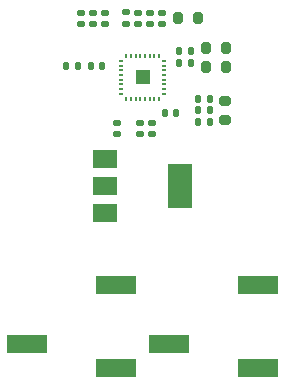
<source format=gtp>
%TF.GenerationSoftware,KiCad,Pcbnew,(6.0.0-0)*%
%TF.CreationDate,2022-11-28T12:23:11+01:00*%
%TF.ProjectId,wm8904_codec_breakout,776d3839-3034-45f6-936f-6465635f6272,rev?*%
%TF.SameCoordinates,Original*%
%TF.FileFunction,Paste,Top*%
%TF.FilePolarity,Positive*%
%FSLAX46Y46*%
G04 Gerber Fmt 4.6, Leading zero omitted, Abs format (unit mm)*
G04 Created by KiCad (PCBNEW (6.0.0-0)) date 2022-11-28 12:23:11*
%MOMM*%
%LPD*%
G01*
G04 APERTURE LIST*
G04 Aperture macros list*
%AMRoundRect*
0 Rectangle with rounded corners*
0 $1 Rounding radius*
0 $2 $3 $4 $5 $6 $7 $8 $9 X,Y pos of 4 corners*
0 Add a 4 corners polygon primitive as box body*
4,1,4,$2,$3,$4,$5,$6,$7,$8,$9,$2,$3,0*
0 Add four circle primitives for the rounded corners*
1,1,$1+$1,$2,$3*
1,1,$1+$1,$4,$5*
1,1,$1+$1,$6,$7*
1,1,$1+$1,$8,$9*
0 Add four rect primitives between the rounded corners*
20,1,$1+$1,$2,$3,$4,$5,0*
20,1,$1+$1,$4,$5,$6,$7,0*
20,1,$1+$1,$6,$7,$8,$9,0*
20,1,$1+$1,$8,$9,$2,$3,0*%
G04 Aperture macros list end*
%ADD10RoundRect,0.135000X-0.185000X0.135000X-0.185000X-0.135000X0.185000X-0.135000X0.185000X0.135000X0*%
%ADD11RoundRect,0.140000X-0.140000X-0.170000X0.140000X-0.170000X0.140000X0.170000X-0.140000X0.170000X0*%
%ADD12RoundRect,0.140000X0.170000X-0.140000X0.170000X0.140000X-0.170000X0.140000X-0.170000X-0.140000X0*%
%ADD13RoundRect,0.135000X0.135000X0.185000X-0.135000X0.185000X-0.135000X-0.185000X0.135000X-0.185000X0*%
%ADD14RoundRect,0.140000X0.140000X0.170000X-0.140000X0.170000X-0.140000X-0.170000X0.140000X-0.170000X0*%
%ADD15R,3.500000X1.500000*%
%ADD16RoundRect,0.140000X-0.170000X0.140000X-0.170000X-0.140000X0.170000X-0.140000X0.170000X0.140000X0*%
%ADD17RoundRect,0.200000X-0.200000X-0.275000X0.200000X-0.275000X0.200000X0.275000X-0.200000X0.275000X0*%
%ADD18O,0.200000X0.400000*%
%ADD19O,0.400000X0.200000*%
%ADD20R,1.200000X1.200000*%
%ADD21R,2.000000X1.500000*%
%ADD22R,2.000000X3.800000*%
%ADD23RoundRect,0.200000X-0.275000X0.200000X-0.275000X-0.200000X0.275000X-0.200000X0.275000X0.200000X0*%
G04 APERTURE END LIST*
D10*
X148600000Y-67690000D03*
X148600000Y-68710000D03*
D11*
X153120000Y-72000000D03*
X154080000Y-72000000D03*
D12*
X147800000Y-77980000D03*
X147800000Y-77020000D03*
D13*
X144510000Y-72200000D03*
X143490000Y-72200000D03*
D11*
X151870000Y-76200000D03*
X152830000Y-76200000D03*
D14*
X155680000Y-77000000D03*
X154720000Y-77000000D03*
D15*
X152250000Y-95800000D03*
X159750000Y-97800000D03*
X159750000Y-90800000D03*
D16*
X149600000Y-67720000D03*
X149600000Y-68680000D03*
X150800000Y-77020000D03*
X150800000Y-77980000D03*
D17*
X155374792Y-72298290D03*
X157024792Y-72298290D03*
D16*
X146800000Y-67720000D03*
X146800000Y-68680000D03*
D12*
X149800000Y-77980000D03*
X149800000Y-77020000D03*
D18*
X148600000Y-75000000D03*
X149000000Y-75000000D03*
X149400000Y-75000000D03*
X149800000Y-75000000D03*
X150200000Y-75000000D03*
X150600000Y-75000000D03*
X151000000Y-75000000D03*
X151400000Y-75000000D03*
D19*
X151800000Y-74600000D03*
X151800000Y-74200000D03*
X151800000Y-73800000D03*
X151800000Y-73400000D03*
X151800000Y-73000000D03*
X151800000Y-72600000D03*
X151800000Y-72200000D03*
X151800000Y-71800000D03*
D18*
X151400000Y-71400000D03*
X151000000Y-71400000D03*
X150600000Y-71400000D03*
X150200000Y-71400000D03*
X149800000Y-71400000D03*
X149400000Y-71400000D03*
X149000000Y-71400000D03*
X148600000Y-71400000D03*
D19*
X148200000Y-71800000D03*
X148200000Y-72200000D03*
X148200000Y-72600000D03*
X148200000Y-73000000D03*
X148200000Y-73400000D03*
X148200000Y-73800000D03*
X148200000Y-74200000D03*
X148200000Y-74600000D03*
D20*
X150000000Y-73200000D03*
D11*
X154720000Y-75000000D03*
X155680000Y-75000000D03*
D21*
X146850000Y-80100000D03*
X146850000Y-82400000D03*
D22*
X153150000Y-82400000D03*
D21*
X146850000Y-84700000D03*
D16*
X144800000Y-67720000D03*
X144800000Y-68680000D03*
D11*
X145600000Y-72200000D03*
X146560000Y-72200000D03*
D17*
X153000000Y-68200000D03*
X154650000Y-68200000D03*
D16*
X150600000Y-67720000D03*
X150600000Y-68680000D03*
X145800000Y-67720000D03*
X145800000Y-68680000D03*
D23*
X157000000Y-75175000D03*
X157000000Y-76825000D03*
D15*
X140250000Y-95800000D03*
X147750000Y-97800000D03*
X147750000Y-90800000D03*
D17*
X155374792Y-70698290D03*
X157024792Y-70698290D03*
D14*
X155680000Y-76000000D03*
X154720000Y-76000000D03*
D11*
X153120000Y-71000000D03*
X154080000Y-71000000D03*
D12*
X151625000Y-68680000D03*
X151625000Y-67720000D03*
M02*

</source>
